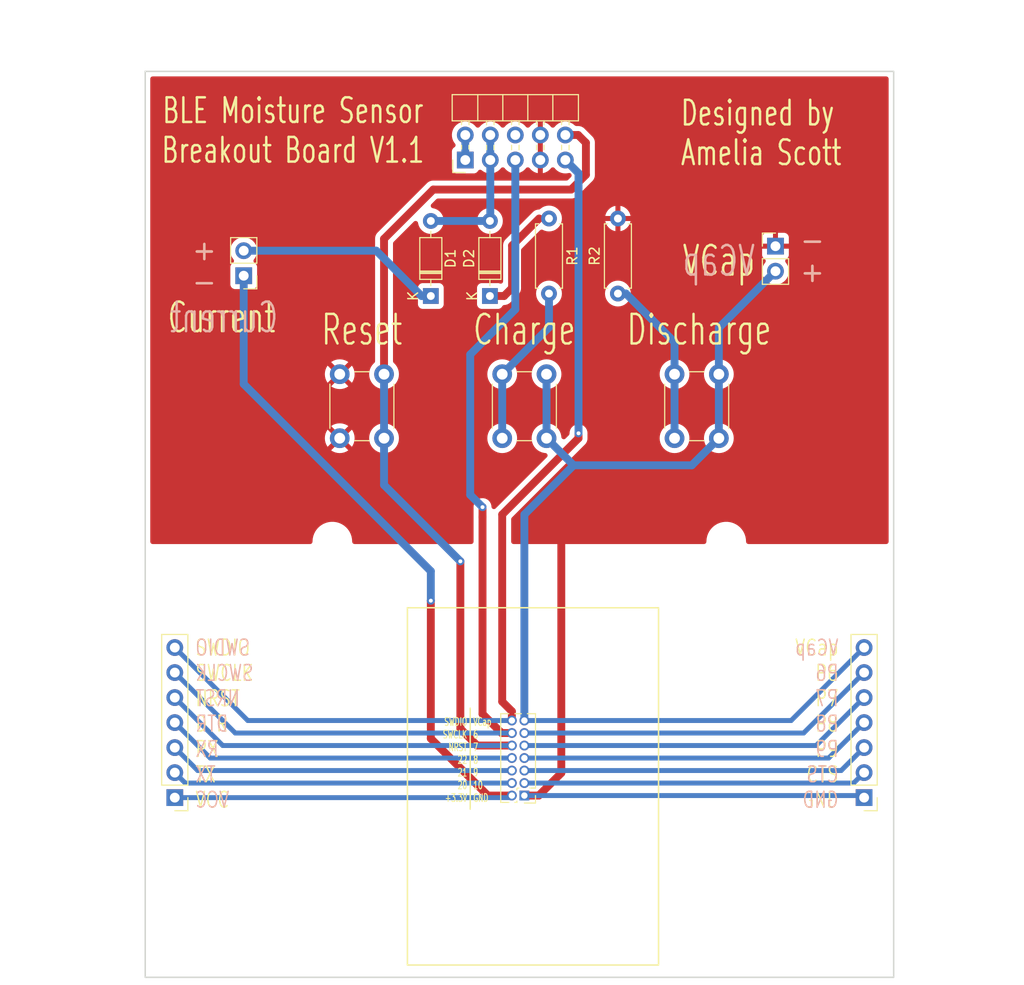
<source format=kicad_pcb>
(kicad_pcb (version 20211014) (generator pcbnew)
  (layers (0 "F.Cu" signal) (31 "B.Cu" signal) (34 "B.Paste" user) (35 "F.Paste" user) (36 "B.SilkS" user "B.Silkscreen") (37 "F.SilkS" user "F.Silkscreen") (38 "B.Mask" user) (39 "F.Mask" user) (44 "Edge.Cuts" user))
  (net 0 "")
  (net 1 "GND")
  (net 2 "Net-(D1-Pad1)")
  (net 3 "CTS")
  (net 4 "TX")
  (net 5 "P9")
  (net 6 "RX")
  (net 7 "P8")
  (net 8 "DTR")
  (net 9 "P7")
  (net 10 "NRST")
  (net 11 "P6")
  (net 12 "SWCLK")
  (net 13 "VCap")
  (net 14 "SWDIO")
  (net 15 "+5V")
  (net 16 "+3.3V")
  (net 17 "SWIM")
  (net 18 "Net-(D2-Pad1)")
  (net 19 "SensorVCC")
  (net 20 "Net-(R1-Pad2)")
  (net 21 "Net-(R2-Pad1)")
  (footprint "Connector_PinHeader_2.54mm:PinHeader_1x02_P2.54mm_Vertical" (layer "F.Cu") (at 173 66)
    (fp_text reference "VCAP" hide)
    (fp_text value "Conn_01x02")
    (fp_line (start -1.33 3.87) (end 1.33 3.87) (layer "F.SilkS") (width 0.12))
    (fp_line (start -1.33 1.27) (end 1.33 1.27) (layer "F.SilkS") (width 0.12))
    (fp_line (start 1.33 1.27) (end 1.33 3.87) (layer "F.SilkS") (width 0.12))
    (fp_line (start -1.33 -1.33) (end 0 -1.33) (layer "F.SilkS") (width 0.12))
    (fp_line (start -1.33 1.27) (end -1.33 3.87) (layer "F.SilkS") (width 0.12))
    (fp_line (start -1.33 0) (end -1.33 -1.33) (layer "F.SilkS") (width 0.12))
    (pad "1" thru_hole rect (at 0 0) (size 1.7 1.7) (drill 1) (layers *.Cu *.Mask) (net 1 "GND"))
    (pad "2" thru_hole oval (at 0 2.54) (size 1.7 1.7) (drill 1) (layers *.Cu *.Mask) (net 13 "VCap"))
  )
  (footprint "Diode_THT:D_DO-35_SOD27_P7.62mm_Horizontal" (layer "F.Cu") (at 144 71.06 90)
    (fp_text reference "D2" (at 3.81 -2.12 90) (layer "F.SilkS"))
    (fp_text value "1N4148")
    (fp_text user "K" (at 0 -1.8 90) (layer "F.SilkS"))
    (fp_line (start 1.69 -1.12) (end 1.69 1.12) (layer "F.SilkS") (width 0.12))
    (fp_line (start 2.53 -1.12) (end 2.53 1.12) (layer "F.SilkS") (width 0.12))
    (fp_line (start 6.58 0) (end 5.93 0) (layer "F.SilkS") (width 0.12))
    (fp_line (start 1.04 0) (end 1.69 0) (layer "F.SilkS") (width 0.12))
    (fp_line (start 5.93 -1.12) (end 1.69 -1.12) (layer "F.SilkS") (width 0.12))
    (fp_line (start 2.29 -1.12) (end 2.29 1.12) (layer "F.SilkS") (width 0.12))
    (fp_line (start 2.41 -1.12) (end 2.41 1.12) (layer "F.SilkS") (width 0.12))
    (fp_line (start 1.69 1.12) (end 5.93 1.12) (layer "F.SilkS") (width 0.12))
    (fp_line (start 5.93 1.12) (end 5.93 -1.12) (layer "F.SilkS") (width 0.12))
    (pad "1" thru_hole rect (at 0 0 90) (size 1.6 1.6) (drill 0.8) (layers *.Cu *.Mask) (net 18 "Net-(D2-Pad1)"))
    (pad "2" thru_hole oval (at 7.62 0 90) (size 1.6 1.6) (drill 0.8) (layers *.Cu *.Mask) (net 16 "+3.3V"))
  )
  (footprint "Connector_PinHeader_2.54mm:PinHeader_2x05_P2.54mm_Horizontal" (layer "F.Cu") (at 141.5 57.25 90)
    (fp_text reference "SWD1" hide)
    (fp_text value "Conn_02x05_Odd_Even" hide)
    (fp_line (start 3.582929 -0.38) (end 3.98 -0.38) (layer "F.SilkS") (width 0.12))
    (fp_line (start 3.98 8.89) (end 6.64 8.89) (layer "F.SilkS") (width 0.12))
    (fp_line (start 3.582929 10.54) (end 3.98 10.54) (layer "F.SilkS") (width 0.12))
    (fp_line (start 3.582929 5.46) (end 3.98 5.46) (layer "F.SilkS") (width 0.12))
    (fp_line (start -1.27 -1.27) (end 0 -1.27) (layer "F.SilkS") (width 0.12))
    (fp_line (start 3.98 6.35) (end 6.64 6.35) (layer "F.SilkS") (width 0.12))
    (fp_line (start 3.582929 8) (end 3.98 8) (layer "F.SilkS") (width 0.12))
    (fp_line (start 1.042929 4.7) (end 1.497071 4.7) (layer "F.SilkS") (width 0.12))
    (fp_line (start 3.582929 7.24) (end 3.98 7.24) (layer "F.SilkS") (width 0.12))
    (fp_line (start 3.582929 0.38) (end 3.98 0.38) (layer "F.SilkS") (width 0.12))
    (fp_line (start 1.11 0.38) (end 1.497071 0.38) (layer "F.SilkS") (width 0.12))
    (fp_line (start 6.64 11.49) (end 6.64 -1.33) (layer "F.SilkS") (width 0.12))
    (fp_line (start 3.98 3.81) (end 6.64 3.81) (layer "F.SilkS") (width 0.12))
    (fp_line (start -1.27 0) (end -1.27 -1.27) (layer "F.SilkS") (width 0.12))
    (fp_line (start 1.042929 9.78) (end 1.497071 9.78) (layer "F.SilkS") (width 0.12))
    (fp_line (start 1.11 -0.38) (end 1.497071 -0.38) (layer "F.SilkS") (width 0.12))
    (fp_line (start 3.98 1.27) (end 6.64 1.27) (layer "F.SilkS") (width 0.12))
    (fp_line (start 3.582929 2.92) (end 3.98 2.92) (layer "F.SilkS") (width 0.12))
    (fp_line (start 1.042929 8) (end 1.497071 8) (layer "F.SilkS") (width 0.12))
    (fp_line (start 1.042929 5.46) (end 1.497071 5.46) (layer "F.SilkS") (width 0.12))
    (fp_line (start 3.582929 9.78) (end 3.98 9.78) (layer "F.SilkS") (width 0.12))
    (fp_line (start 3.582929 2.16) (end 3.98 2.16) (layer "F.SilkS") (width 0.12))
    (fp_line (start 6.64 -1.33) (end 3.98 -1.33) (layer "F.SilkS") (width 0.12))
    (fp_line (start 3.582929 4.7) (end 3.98 4.7) (layer "F.SilkS") (width 0.12))
    (fp_line (start 1.042929 2.16) (end 1.497071 2.16) (layer "F.SilkS") (width 0.12))
    (fp_line (start 1.042929 10.54) (end 1.497071 10.54) (layer "F.SilkS") (width 0.12))
    (fp_line (start 3.98 11.49) (end 6.64 11.49) (layer "F.SilkS") (width 0.12))
    (fp_line (start 1.042929 7.24) (end 1.497071 7.24) (layer "F.SilkS") (width 0.12))
    (fp_line (start 1.042929 2.92) (end 1.497071 2.92) (layer "F.SilkS") (width 0.12))
    (fp_line (start 3.98 -1.33) (end 3.98 11.49) (layer "F.SilkS") (width 0.12))
    (pad "1" thru_hole rect (at 0 0 90) (size 1.7 1.7) (drill 1) (layers *.Cu *.Mask) (net 15 "+5V"))
    (pad "2" thru_hole oval (at 2.54 0 90) (size 1.7 1.7) (drill 1) (layers *.Cu *.Mask) (net 15 "+5V"))
    (pad "3" thru_hole oval (at 0 2.54 90) (size 1.7 1.7) (drill 1) (layers *.Cu *.Mask) (net 16 "+3.3V"))
    (pad "4" thru_hole oval (at 2.54 2.54 90) (size 1.7 1.7) (drill 1) (layers *.Cu *.Mask) (net 16 "+3.3V"))
    (pad "5" thru_hole oval (at 0 5.08 90) (size 1.7 1.7) (drill 1) (layers *.Cu *.Mask) (net 12 "SWCLK"))
    (pad "6" thru_hole oval (at 2.54 5.08 90) (size 1.7 1.7) (drill 1) (layers *.Cu *.Mask) (net 17 "SWIM"))
    (pad "7" thru_hole oval (at 0 7.62 90) (size 1.7 1.7) (drill 1) (layers *.Cu *.Mask) (net 1 "GND"))
    (pad "8" thru_hole oval (at 2.54 7.62 90) (size 1.7 1.7) (drill 1) (layers *.Cu *.Mask) (net 1 "GND"))
    (pad "9" thru_hole oval (at 0 10.16 90) (size 1.7 1.7) (drill 1) (layers *.Cu *.Mask) (net 14 "SWDIO"))
    (pad "10" thru_hole oval (at 2.54 10.16 90) (size 1.7 1.7) (drill 1) (layers *.Cu *.Mask) (net 10 "NRST"))
  )
  (footprint "Button_Switch_THT:SW_PUSH_6mm" (layer "F.Cu") (at 133.25 79 -90)
    (fp_text reference "SW_RST1" hide)
    (fp_text value "SW_Push" hide)
    (fp_line (start 5.5 -1) (end 1 -1) (layer "F.SilkS") (width 0.12))
    (fp_line (start 1 5.5) (end 5.5 5.5) (layer "F.SilkS") (width 0.12))
    (fp_line (start 6.75 3) (end 6.75 1.5) (layer "F.SilkS") (width 0.12))
    (fp_line (start -0.25 1.5) (end -0.25 3) (layer "F.SilkS") (width 0.12))
    (pad "1" thru_hole circle (at 0 0) (size 2 2) (drill 1.1) (layers *.Cu *.Mask) (net 10 "NRST"))
    (pad "1" thru_hole circle (at 6.5 0) (size 2 2) (drill 1.1) (layers *.Cu *.Mask) (net 10 "NRST"))
    (pad "2" thru_hole circle (at 6.5 4.5) (size 2 2) (drill 1.1) (layers *.Cu *.Mask) (net 1 "GND"))
    (pad "2" thru_hole circle (at 0 4.5) (size 2 2) (drill 1.1) (layers *.Cu *.Mask) (net 1 "GND"))
  )
  (footprint "Button_Switch_THT:SW_PUSH_6mm" (layer "F.Cu") (at 167.25 79 -90)
    (fp_text reference "SW_CAP_DISCHARGE1" hide)
    (fp_text value "SW_Push" hide)
    (fp_line (start 6.75 3) (end 6.75 1.5) (layer "F.SilkS") (width 0.12))
    (fp_line (start 1 5.5) (end 5.5 5.5) (layer "F.SilkS") (width 0.12))
    (fp_line (start 5.5 -1) (end 1 -1) (layer "F.SilkS") (width 0.12))
    (fp_line (start -0.25 1.5) (end -0.25 3) (layer "F.SilkS") (width 0.12))
    (pad "1" thru_hole circle (at 0 0) (size 2 2) (drill 1.1) (layers *.Cu *.Mask) (net 13 "VCap"))
    (pad "1" thru_hole circle (at 6.5 0) (size 2 2) (drill 1.1) (layers *.Cu *.Mask) (net 13 "VCap"))
    (pad "2" thru_hole circle (at 6.5 4.5) (size 2 2) (drill 1.1) (layers *.Cu *.Mask) (net 21 "Net-(R2-Pad1)"))
    (pad "2" thru_hole circle (at 0 4.5) (size 2 2) (drill 1.1) (layers *.Cu *.Mask) (net 21 "Net-(R2-Pad1)"))
  )
  (footprint "Diode_THT:D_DO-35_SOD27_P7.62mm_Horizontal" (layer "F.Cu") (at 138 71.06 90)
    (fp_text reference "D1" (at 3.81 2 90) (layer "F.SilkS"))
    (fp_text value "1N4148")
    (fp_text user "K" (at 0 -1.8 90) (layer "F.SilkS"))
    (fp_line (start 1.69 1.12) (end 5.93 1.12) (layer "F.SilkS") (width 0.12))
    (fp_line (start 1.04 0) (end 1.69 0) (layer "F.SilkS") (width 0.12))
    (fp_line (start 2.41 -1.12) (end 2.41 1.12) (layer "F.SilkS") (width 0.12))
    (fp_line (start 5.93 1.12) (end 5.93 -1.12) (layer "F.SilkS") (width 0.12))
    (fp_line (start 2.29 -1.12) (end 2.29 1.12) (layer "F.SilkS") (width 0.12))
    (fp_line (start 1.69 -1.12) (end 1.69 1.12) (layer "F.SilkS") (width 0.12))
    (fp_line (start 6.58 0) (end 5.93 0) (layer "F.SilkS") (width 0.12))
    (fp_line (start 5.93 -1.12) (end 1.69 -1.12) (layer "F.SilkS") (width 0.12))
    (fp_line (start 2.53 -1.12) (end 2.53 1.12) (layer "F.SilkS") (width 0.12))
    (pad "1" thru_hole rect (at 0 0 90) (size 1.6 1.6) (drill 0.8) (layers *.Cu *.Mask) (net 2 "Net-(D1-Pad1)"))
    (pad "2" thru_hole oval (at 7.62 0 90) (size 1.6 1.6) (drill 0.8) (layers *.Cu *.Mask) (net 16 "+3.3V"))
  )
  (footprint "Connector_PinHeader_2.54mm:PinHeader_1x02_P2.54mm_Vertical" (layer "F.Cu") (at 119 69 180)
    (fp_text reference "I1" hide)
    (fp_text value "Conn_01x02")
    (fp_line (start -1.33 -1.33) (end 0 -1.33) (layer "F.SilkS") (width 0.12))
    (fp_line (start -1.33 3.87) (end 1.33 3.87) (layer "F.SilkS") (width 0.12))
    (fp_line (start 1.33 1.27) (end 1.33 3.87) (layer "F.SilkS") (width 0.12))
    (fp_line (start -1.33 0) (end -1.33 -1.33) (layer "F.SilkS") (width 0.12))
    (fp_line (start -1.33 1.27) (end 1.33 1.27) (layer "F.SilkS") (width 0.12))
    (fp_line (start -1.33 1.27) (end -1.33 3.87) (layer "F.SilkS") (width 0.12))
    (pad "1" thru_hole rect (at 0 0 180) (size 1.7 1.7) (drill 1) (layers *.Cu *.Mask) (net 19 "SensorVCC"))
    (pad "2" thru_hole oval (at 0 2.54 180) (size 1.7 1.7) (drill 1) (layers *.Cu *.Mask) (net 2 "Net-(D1-Pad1)"))
  )
  (footprint "Resistor_THT:R_Axial_DIN0207_L6.3mm_D2.5mm_P7.62mm_Horizontal" (layer "F.Cu") (at 157 70.81 90)
    (fp_text reference "R2" (at 3.81 -2.37 90) (layer "F.SilkS"))
    (fp_text value "10")
    (fp_line (start 0.54 1.04) (end 0.54 1.37) (layer "F.SilkS") (width 0.12))
    (fp_line (start 0.54 -1.37) (end 7.08 -1.37) (layer "F.SilkS") (width 0.12))
    (fp_line (start 0.54 -1.04) (end 0.54 -1.37) (layer "F.SilkS") (width 0.12))
    (fp_line (start 7.08 -1.37) (end 7.08 -1.04) (layer "F.SilkS") (width 0.12))
    (fp_line (start 7.08 1.37) (end 7.08 1.04) (layer "F.SilkS") (width 0.12))
    (fp_line (start 0.54 1.37) (end 7.08 1.37) (layer "F.SilkS") (width 0.12))
    (pad "1" thru_hole circle (at 0 0 90) (size 1.6 1.6) (drill 0.8) (layers *.Cu *.Mask) (net 21 "Net-(R2-Pad1)"))
    (pad "2" thru_hole oval (at 7.62 0 90) (size 1.6 1.6) (drill 0.8) (layers *.Cu *.Mask) (net 1 "GND"))
  )
  (footprint "Connector_PinHeader_2.54mm:PinHeader_1x07_P2.54mm_Vertical" (layer "F.Cu") (at 182 122 180)
    (fp_text reference "J2" hide)
    (fp_text value "Conn_01x07")
    (fp_line (start 1.33 1.27) (end 1.33 16.57) (layer "F.SilkS") (width 0.12))
    (fp_line (start -1.33 16.57) (end 1.33 16.57) (layer "F.SilkS") (width 0.12))
    (fp_line (start -1.33 1.27) (end 1.33 1.27) (layer "F.SilkS") (width 0.12))
    (fp_line (start -1.33 1.27) (end -1.33 16.57) (layer "F.SilkS") (width 0.12))
    (fp_line (start -1.33 -1.33) (end 0 -1.33) (layer "F.SilkS") (width 0.12))
    (fp_line (start -1.33 0) (end -1.33 -1.33) (layer "F.SilkS") (width 0.12))
    (pad "1" thru_hole rect (at 0 0 180) (size 1.7 1.7) (drill 1) (layers *.Cu *.Mask) (net 1 "GND"))
    (pad "2" thru_hole oval (at 0 2.54 180) (size 1.7 1.7) (drill 1) (layers *.Cu *.Mask) (net 3 "CTS"))
    (pad "3" thru_hole oval (at 0 5.08 180) (size 1.7 1.7) (drill 1) (layers *.Cu *.Mask) (net 5 "P9"))
    (pad "4" thru_hole oval (at 0 7.62 180) (size 1.7 1.7) (drill 1) (layers *.Cu *.Mask) (net 7 "P8"))
    (pad "5" thru_hole oval (at 0 10.16 180) (size 1.7 1.7) (drill 1) (layers *.Cu *.Mask) (net 9 "P7"))
    (pad "6" thru_hole oval (at 0 12.7 180) (size 1.7 1.7) (drill 1) (layers *.Cu *.Mask) (net 11 "P6"))
    (pad "7" thru_hole oval (at 0 15.24 180) (size 1.7 1.7) (drill 1) (layers *.Cu *.Mask) (net 13 "VCap"))
  )
  (footprint "Resistor_THT:R_Axial_DIN0207_L6.3mm_D2.5mm_P7.62mm_Horizontal" (layer "F.Cu") (at 150 63.19 -90)
    (fp_text reference "R1" (at 3.81 -2.37 90) (layer "F.SilkS"))
    (fp_text value "10")
    (fp_line (start 0.54 1.37) (end 7.08 1.37) (layer "F.SilkS") (width 0.12))
    (fp_line (start 7.08 1.37) (end 7.08 1.04) (layer "F.SilkS") (width 0.12))
    (fp_line (start 0.54 -1.37) (end 7.08 -1.37) (layer "F.SilkS") (width 0.12))
    (fp_line (start 0.54 1.04) (end 0.54 1.37) (layer "F.SilkS") (width 0.12))
    (fp_line (start 7.08 -1.37) (end 7.08 -1.04) (layer "F.SilkS") (width 0.12))
    (fp_line (start 0.54 -1.04) (end 0.54 -1.37) (layer "F.SilkS") (width 0.12))
    (pad "1" thru_hole circle (at 0 0 270) (size 1.6 1.6) (drill 0.8) (layers *.Cu *.Mask) (net 18 "Net-(D2-Pad1)"))
    (pad "2" thru_hole oval (at 7.62 0 270) (size 1.6 1.6) (drill 0.8) (layers *.Cu *.Mask) (net 20 "Net-(R1-Pad2)"))
  )
  (footprint "Connector_PinHeader_2.54mm:PinHeader_1x07_P2.54mm_Vertical" (layer "F.Cu") (at 112 122 180)
    (fp_text reference "J3" hide)
    (fp_text value "Conn_01x07")
    (fp_line (start -1.33 1.27) (end 1.33 1.27) (layer "F.SilkS") (width 0.12))
    (fp_line (start 1.33 1.27) (end 1.33 16.57) (layer "F.SilkS") (width 0.12))
    (fp_line (start -1.33 16.57) (end 1.33 16.57) (layer "F.SilkS") (width 0.12))
    (fp_line (start -1.33 0) (end -1.33 -1.33) (layer "F.SilkS") (width 0.12))
    (fp_line (start -1.33 1.27) (end -1.33 16.57) (layer "F.SilkS") (width 0.12))
    (fp_line (start -1.33 -1.33) (end 0 -1.33) (layer "F.SilkS") (width 0.12))
    (pad "1" thru_hole rect (at 0 0 180) (size 1.7 1.7) (drill 1) (layers *.Cu *.Mask) (net 19 "SensorVCC"))
    (pad "2" thru_hole oval (at 0 2.54 180) (size 1.7 1.7) (drill 1) (layers *.Cu *.Mask) (net 4 "TX"))
    (pad "3" thru_hole oval (at 0 5.08 180) (size 1.7 1.7) (drill 1) (layers *.Cu *.Mask) (net 6 "RX"))
    (pad "4" thru_hole oval (at 0 7.62 180) (size 1.7 1.7) (drill 1) (layers *.Cu *.Mask) (net 8 "DTR"))
    (pad "5" thru_hole oval (at 0 10.16 180) (size 1.7 1.7) (drill 1) (layers *.Cu *.Mask) (net 10 "NRST"))
    (pad "6" thru_hole oval (at 0 12.7 180) (size 1.7 1.7) (drill 1) (layers *.Cu *.Mask) (net 12 "SWCLK"))
    (pad "7" thru_hole oval (at 0 15.24 180) (size 1.7 1.7) (drill 1) (layers *.Cu *.Mask) (net 14 "SWDIO"))
  )
  (footprint "Button_Switch_THT:SW_PUSH_6mm" (layer "F.Cu") (at 145.25 85.5 90)
    (fp_text reference "SW_CAP_CHARGE1" hide)
    (fp_text value "SW_Push" hide)
    (fp_line (start 6.75 3) (end 6.75 1.5) (layer "F.SilkS") (width 0.12))
    (fp_line (start 1 5.5) (end 5.5 5.5) (layer "F.SilkS") (width 0.12))
    (fp_line (start 5.5 -1) (end 1 -1) (layer "F.SilkS") (width 0.12))
    (fp_line (start -0.25 1.5) (end -0.25 3) (layer "F.SilkS") (width 0.12))
    (pad "1" thru_hole circle (at 0 0 180) (size 2 2) (drill 1.1) (layers *.Cu *.Mask) (net 20 "Net-(R1-Pad2)"))
    (pad "1" thru_hole circle (at 6.5 0 180) (size 2 2) (drill 1.1) (layers *.Cu *.Mask) (net 20 "Net-(R1-Pad2)"))
    (pad "2" thru_hole circle (at 0 4.5 180) (size 2 2) (drill 1.1) (layers *.Cu *.Mask) (net 13 "VCap"))
    (pad "2" thru_hole circle (at 6.5 4.5 180) (size 2 2) (drill 1.1) (layers *.Cu *.Mask) (net 13 "VCap"))
  )
  (footprint "Connector_PinHeader_1.27mm:PinHeader_2x07_P1.27mm_Vertical" (layer "F.Cu") (at 147.5 121.79 180)
    (fp_text reference "J1" hide)
    (fp_text value "Conn_02x07_Odd_Even" hide)
    (fp_line (start 0.76 0.706529) (end 0.76 0.563471) (layer "F.SilkS") (width 0.12))
    (fp_line (start 1.57753 8.315) (end 2.4 8.315) (layer "F.SilkS") (width 0.12))
    (fp_line (start 0.76 -0.563471) (end 0.76 -0.695) (layer "F.SilkS") (width 0.12))
    (fp_line (start 0.76 -0.695) (end 0.96247 -0.695) (layer "F.SilkS") (width 0.12))
    (fp_line (start 2.4 -0.695) (end 2.4 8.315) (layer "F.SilkS") (width 0.12))
    (fp_line (start -1.13 0.76) (end -0.563471 0.76) (layer "F.SilkS") (width 0.12))
    (fp_line (start 0.30753 8.315) (end 0.96247 8.315) (layer "F.SilkS") (width 0.12))
    (fp_line (start -1.13 0) (end -1.13 -0.76) (layer "F.SilkS") (width 0.12))
    (fp_line (start -1.13 -0.76) (end 0 -0.76) (layer "F.SilkS") (width 0.12))
    (fp_line (start -1.13 8.315) (end -0.30753 8.315) (layer "F.SilkS") (width 0.12))
    (fp_line (start 1.57753 -0.695) (end 2.4 -0.695) (layer "F.SilkS") (width 0.12))
    (fp_line (start 0.563471 0.76) (end 0.706529 0.76) (layer "F.SilkS") (width 0.12))
    (fp_line (start -1.13 0.76) (end -1.13 8.315) (layer "F.SilkS") (width 0.12))
    (pad "1" thru_hole rect (at 0 0 180) (size 1 1) (drill 0.65) (layers *.Cu *.Mask) (net 1 "GND"))
    (pad "2" thru_hole oval (at 1.27 0 180) (size 1 1) (drill 0.65) (layers *.Cu *.Mask) (net 19 "SensorVCC"))
    (pad "3" thru_hole oval (at 0 1.27 180) (size 1 1) (drill 0.65) (layers *.Cu *.Mask) (net 3 "CTS"))
    (pad "4" thru_hole oval (at 1.27 1.27 180) (size 1 1) (drill 0.65) (layers *.Cu *.Mask) (net 4 "TX"))
    (pad "5" thru_hole oval (at 0 2.54 180) (size 1 1) (drill 0.65) (layers *.Cu *.Mask) (net 5 "P9"))
    (pad "6" thru_hole oval (at 1.27 2.54 180) (size 1 1) (drill 0.65) (layers *.Cu *.Mask) (net 6 "RX"))
    (pad "7" thru_hole oval (at 0 3.81 180) (size 1 1) (drill 0.65) (layers *.Cu *.Mask) (net 7 "P8"))
    (pad "8" thru_hole oval (at 1.27 3.81 180) (size 1 1) (drill 0.65) (layers *.Cu *.Mask) (net 8 "DTR"))
    (pad "9" thru_hole oval (at 0 5.08 180) (size 1 1) (drill 0.65) (layers *.Cu *.Mask) (net 9 "P7"))
    (pad "10" thru_hole oval (at 1.27 5.08 180) (size 1 1) (drill 0.65) (layers *.Cu *.Mask) (net 10 "NRST"))
    (pad "11" thru_hole oval (at 0 6.35 180) (size 1 1) (drill 0.65) (layers *.Cu *.Mask) (net 11 "P6"))
    (pad "12" thru_hole oval (at 1.27 6.35 180) (size 1 1) (drill 0.65) (layers *.Cu *.Mask) (net 12 "SWCLK"))
    (pad "13" thru_hole oval (at 0 7.62 180) (size 1 1) (drill 0.65) (layers *.Cu *.Mask) (net 13 "VCap"))
    (pad "14" thru_hole oval (at 1.27 7.62 180) (size 1 1) (drill 0.65) (layers *.Cu *.Mask) (net 14 "SWDIO"))
  )
  (gr_line (start 142 123.165) (end 142 112.915) (layer "F.SilkS") (width 0.15))
  (gr_rect (start 135.625 102.715) (end 161.125 139) (layer "F.SilkS") (width 0.15) (fill none))
  (gr_rect (start 109 48.25) (end 185 140.25) (layer "Edge.Cuts") (width 0.15) (fill none))
  (gr_text "+\n-" (at 115 68) (layer "B.SilkS") (effects (font (size 2 2) (thickness 0.25))))
  (gr_text "-\n+" (at 176.75 67) (layer "B.SilkS") (effects (font (size 2 2) (thickness 0.25))))
  (gr_text "Current" (at 117 73.25) (layer "B.SilkS") (effects (font (size 3 2) (thickness 0.25)) (justify mirror)))
  (gr_text "VCap\nP6\nP7\nP8\nP9\nCTS\nGND" (at 179.5 114.5) (layer "B.SilkS") (effects (font (size 1.6 1.2)) (justify left mirror)))
  (gr_text "VCap" (at 167.25 67.5) (layer "B.SilkS") (effects (font (size 3 2) (thickness 0.25)) (justify mirror)))
  (gr_text "SWDIO\nSWCLK\nNRST\nDTR\nRX\nTX\nVCC" (at 114 114.5) (layer "B.SilkS") (effects (font (size 1.6 1.2)) (justify right mirror)))
  (gr_text "Designed by\nAmelia Scott" (at 163.25 54.5) (layer "F.SilkS") (effects (font (size 2.5 1.7) (thickness 0.25)) (justify left)))
  (gr_text "Discharge" (at 165.25 74.5) (layer "F.SilkS") (effects (font (size 3 2) (thickness 0.25))))
  (gr_text "BLE Moisture Sensor\nBreakout Board V1.1" (at 124 54.25) (layer "F.SilkS") (effects (font (size 2.5 1.7) (thickness 0.25))))
  (gr_text "SWDIO\nSWCLK\nNRST\nDTR\nRX\nTX\nVCC" (at 114 114.5) (layer "F.SilkS") (effects (font (size 1.6 1.2)) (justify left)))
  (gr_text "VCap" (at 167.25 67.5) (layer "F.SilkS") (effects (font (size 3 2) (thickness 0.25))))
  (gr_text "Reset\n" (at 131 74.5) (layer "F.SilkS") (effects (font (size 3 2) (thickness 0.25))))
  (gr_text "VCap\n6\n7\n8\n9\n10\nGND" (at 142.25 118.165) (layer "F.SilkS") (effects (font (size 0.8 0.5) (thickness 0.1)) (justify left)))
  (gr_text "-\n+" (at 176.75 67) (layer "F.SilkS") (effects (font (size 2 2) (thickness 0.25))))
  (gr_text "Current" (at 116.75 73.25) (layer "F.SilkS") (effects (font (size 3 2) (thickness 0.25))))
  (gr_text "SWDIO\nSWCLK\nNRST\n22\n21\n20\n+3.3V" (at 141.75 118.165) (layer "F.SilkS") (effects (font (size 0.8 0.5) (thickness 0.1)) (justify right)))
  (gr_text "Charge" (at 147.5 74.5) (layer "F.SilkS") (effects (font (size 3 2) (thickness 0.25))))
  (gr_text "+\n-" (at 115 68) (layer "F.SilkS") (effects (font (size 2 2) (thickness 0.25))))
  (gr_text "VCap\nP6\nP7\nP8\nP9\nCTS\nGND" (at 179.5 114.5) (layer "F.SilkS") (effects (font (size 1.6 1.2)) (justify right)))
  (via (at 168 136) (size 4) (drill 3) (layers "F.Cu" "B.Cu") (remove_unused_layers) (net 0))
  (via (at 168 96) (size 4) (drill 3) (layers "F.Cu" "B.Cu") (remove_unused_layers) (net 0))
  (via (at 128 136) (size 4) (drill 3) (layers "F.Cu" "B.Cu") (remove_unused_layers) (net 0))
  (via (at 128 96) (size 4) (drill 3) (layers "F.Cu" "B.Cu") (remove_unused_layers) (net 0))
  (segment (start 148.96 121.79) (end 151.25 119.5) (width 0.8) (layer "F.Cu") (net 1))
  (segment (start 151.25 119.5) (end 151.25 94) (width 0.8) (layer "F.Cu") (net 1))
  (segment (start 147.5 121.79) (end 148.96 121.79) (width 0.8) (layer "F.Cu") (net 1))
  (segment (start 147.5 121.79) (end 181.79 121.79) (width 0.5) (layer "B.Cu") (net 1))
  (segment (start 181.79 121.79) (end 182 122) (width 0.5) (layer "B.Cu") (net 1))
  (segment (start 132.46 66.46) (end 137.06 71.06) (width 0.8) (layer "B.Cu") (net 2))
  (segment (start 119 66.46) (end 132.46 66.46) (width 0.8) (layer "B.Cu") (net 2))
  (segment (start 137.06 71.06) (end 138 71.06) (width 0.8) (layer "B.Cu") (net 2))
  (segment (start 147.5 120.52) (end 180.94 120.52) (width 0.5) (layer "B.Cu") (net 3))
  (segment (start 180.94 120.52) (end 182 119.46) (width 0.5) (layer "B.Cu") (net 3))
  (segment (start 113.06 120.52) (end 112 119.46) (width 0.5) (layer "B.Cu") (net 4))
  (segment (start 146.23 120.52) (end 113.06 120.52) (width 0.5) (layer "B.Cu") (net 4))
  (segment (start 147.5 119.25) (end 179.67 119.25) (width 0.5) (layer "B.Cu") (net 5))
  (segment (start 179.67 119.25) (end 182 116.92) (width 0.5) (layer "B.Cu") (net 5))
  (segment (start 146.23 119.25) (end 146.23 119.31) (width 0.25) (layer "F.Cu") (net 6))
  (segment (start 146.23 119.25) (end 114.33 119.25) (width 0.5) (layer "B.Cu") (net 6))
  (segment (start 114.33 119.25) (end 112 116.92) (width 0.5) (layer "B.Cu") (net 6))
  (segment (start 178.4 117.98) (end 182 114.38) (width 0.5) (layer "B.Cu") (net 7))
  (segment (start 147.5 117.98) (end 178.4 117.98) (width 0.5) (layer "B.Cu") (net 7))
  (segment (start 146.23 117.98) (end 115.6 117.98) (width 0.5) (layer "B.Cu") (net 8))
  (segment (start 115.6 117.98) (end 112 114.38) (width 0.5) (layer "B.Cu") (net 8))
  (segment (start 147.5 116.71) (end 177.13 116.71) (width 0.5) (layer "B.Cu") (net 9))
  (segment (start 177.13 116.71) (end 182 111.84) (width 0.5) (layer "B.Cu") (net 9))
  (segment (start 142.71 116.71) (end 146.23 116.71) (width 0.8) (layer "F.Cu") (net 10))
  (segment (start 151.66 54.71) (end 152.96 54.71) (width 0.8) (layer "F.Cu") (net 10))
  (segment (start 138.25 60.25) (end 133.25 65.25) (width 0.8) (layer "F.Cu") (net 10))
  (segment (start 153.75 58.75) (end 152.25 60.25) (width 0.8) (layer "F.Cu") (net 10))
  (segment (start 152.25 60.25) (end 138.25 60.25) (width 0.8) (layer "F.Cu") (net 10))
  (segment (start 152.96 54.71) (end 153.75 55.5) (width 0.8) (layer "F.Cu") (net 10))
  (segment (start 153.75 55.5) (end 153.75 58.75) (width 0.8) (layer "F.Cu") (net 10))
  (segment (start 141 98) (end 141 115) (width 0.8) (layer "F.Cu") (net 10))
  (segment (start 141 115) (end 142.71 116.71) (width 0.8) (layer "F.Cu") (net 10))
  (segment (start 133.25 65.25) (end 133.25 79) (width 0.8) (layer "F.Cu") (net 10))
  (via (at 141 98) (size 0.8) (drill 0.4) (layers "F.Cu" "B.Cu") (net 10))
  (segment (start 133.25 85.5) (end 133.25 90.25) (width 0.8) (layer "B.Cu") (net 10))
  (segment (start 112 111.84) (end 116.87 116.71) (width 0.5) (layer "B.Cu") (net 10))
  (segment (start 133.25 85.5) (end 133.25 79) (width 0.8) (layer "B.Cu") (net 10))
  (segment (start 133.25 90.25) (end 141 98) (width 0.8) (layer "B.Cu") (net 10))
  (segment (start 116.87 116.71) (end 146.23 116.71) (width 0.5) (layer "B.Cu") (net 10))
  (segment (start 147.5 115.44) (end 175.86 115.44) (width 0.5) (layer "B.Cu") (net 11))
  (segment (start 175.86 115.44) (end 182 109.3) (width 0.5) (layer "B.Cu") (net 11))
  (segment (start 143.25 93.5) (end 143.25 113.5) (width 0.8) (layer "F.Cu") (net 12))
  (segment (start 143.25 93.5) (end 143.25 92.5) (width 0.8) (layer "F.Cu") (net 12))
  (segment (start 143.25 113.5) (end 145.19 115.44) (width 0.8) (layer "F.Cu") (net 12))
  (segment (start 145.19 115.44) (end 146.23 115.44) (width 0.8) (layer "F.Cu") (net 12))
  (via (at 143.25 92.5) (size 0.8) (drill 0.4) (layers "F.Cu" "B.Cu") (net 12))
  (segment (start 112 109.3) (end 118.14 115.44) (width 0.5) (layer "B.Cu") (net 12))
  (segment (start 118.14 115.44) (end 146.23 115.44) (width 0.5) (layer "B.Cu") (net 12))
  (segment (start 142 77) (end 142 91.25) (width 0.8) (layer "B.Cu") (net 12))
  (segment (start 142 91.25) (end 143.25 92.5) (width 0.8) (layer "B.Cu") (net 12))
  (segment (start 146.58 72.42) (end 142 77) (width 0.8) (layer "B.Cu") (net 12))
  (segment (start 146.58 57.25) (end 146.58 72.42) (width 0.8) (layer "B.Cu") (net 12))
  (segment (start 167.25 74.29) (end 173 68.54) (width 0.8) (layer "B.Cu") (net 13))
  (segment (start 164.5 88.25) (end 167.25 85.5) (width 0.8) (layer "B.Cu") (net 13))
  (segment (start 152.5 88.25) (end 164.5 88.25) (width 0.8) (layer "B.Cu") (net 13))
  (segment (start 167.25 79) (end 167.25 74.29) (width 0.8) (layer "B.Cu") (net 13))
  (segment (start 174.59 114.17) (end 147.5 114.17) (width 0.5) (layer "B.Cu") (net 13))
  (segment (start 149.75 79) (end 149.75 85.5) (width 0.8) (layer "B.Cu") (net 13))
  (segment (start 152.5 88.25) (end 149.75 85.5) (width 0.8) (layer "B.Cu") (net 13))
  (segment (start 152.5 88.25) (end 147.5 93.25) (width 0.8) (layer "B.Cu") (net 13))
  (segment (start 147.5 93.25) (end 147.5 114.17) (width 0.8) (layer "B.Cu") (net 13))
  (segment (start 182 106.76) (end 174.59 114.17) (width 0.5) (layer "B.Cu") (net 13))
  (segment (start 167.25 85.5) (end 167.25 79) (width 0.8) (layer "B.Cu") (net 13))
  (segment (start 153 85) (end 153 85.5) (width 0.8) (layer "F.Cu") (net 14))
  (segment (start 145.25 93.25) (end 145.25 112.25) (width 0.8) (layer "F.Cu") (net 14))
  (segment (start 146.23 113.23) (end 146.23 114.17) (width 0.8) (layer "F.Cu") (net 14))
  (segment (start 145.25 112.25) (end 146.23 113.23) (width 0.8) (layer "F.Cu") (net 14))
  (segment (start 153 85.5) (end 145.25 93.25) (width 0.8) (layer "F.Cu") (net 14))
  (via (at 153 85) (size 0.8) (drill 0.4) (layers "F.Cu" "B.Cu") (net 14))
  (segment (start 119.41 114.17) (end 146.23 114.17) (width 0.5) (layer "B.Cu") (net 14))
  (segment (start 153 58.59) (end 151.66 57.25) (width 0.8) (layer "B.Cu") (net 14))
  (segment (start 112 106.76) (end 119.41 114.17) (width 0.5) (layer "B.Cu") (net 14))
  (segment (start 153 85) (end 153 58.59) (width 0.8) (layer "B.Cu") (net 14))
  (segment (start 141.5 54.71) (end 141.5 57.25) (width 0.8) (layer "B.Cu") (net 15))
  (segment (start 144.04 57.25) (end 144.04 63.4) (width 0.8) (layer "B.Cu") (net 16))
  (segment (start 144.04 63.4) (end 144 63.44) (width 0.8) (layer "B.Cu") (net 16))
  (segment (start 144.04 54.71) (end 144.04 57.25) (width 0.8) (layer "B.Cu") (net 16))
  (segment (start 144 63.44) (end 138 63.44) (width 0.8) (layer "B.Cu") (net 16))
  (segment (start 145.44 71.06) (end 146.25 70.25) (width 0.8) (layer "F.Cu") (net 18))
  (segment (start 146.25 65.94) (end 149 63.19) (width 0.8) (layer "F.Cu") (net 18))
  (segment (start 146.25 70.25) (end 146.25 65.94) (width 0.8) (layer "F.Cu") (net 18))
  (segment (start 144 71.06) (end 145.44 71.06) (width 0.8) (layer "F.Cu") (net 18))
  (segment (start 143.79 121.79) (end 146.23 121.79) (width 0.8) (layer "F.Cu") (net 19))
  (segment (start 138 102) (end 138 116) (width 0.8) (layer "F.Cu") (net 19))
  (segment (start 138 116) (end 143.79 121.79) (width 0.8) (layer "F.Cu") (net 19))
  (via (at 138 102) (size 0.8) (drill 0.4) (layers "F.Cu" "B.Cu") (net 19))
  (segment (start 119 69) (end 119 80) (width 0.8) (layer "B.Cu") (net 19))
  (segment (start 146.02 122) (end 146.23 121.79) (width 0.5) (layer "B.Cu") (net 19))
  (segment (start 119 80) (end 138 99) (width 0.8) (layer "B.Cu") (net 19))
  (segment (start 112 122) (end 146.02 122) (width 0.5) (layer "B.Cu") (net 19))
  (segment (start 138 99) (end 138 102) (width 0.8) (layer "B.Cu") (net 19))
  (segment (start 145.25 79) (end 145.25 85.5) (width 0.8) (layer "B.Cu") (net 20))
  (segment (start 145.25 79) (end 150 74.25) (width 0.8) (layer "B.Cu") (net 20))
  (segment (start 150 74.25) (end 150 70.81) (width 0.8) (layer "B.Cu") (net 20))
  (segment (start 162.75 85.5) (end 162.75 79) (width 0.8) (layer "B.Cu") (net 21))
  (segment (start 162.75 75.75) (end 157.81 70.81) (width 0.8) (layer "B.Cu") (net 21))
  (segment (start 157.81 70.81) (end 157 70.81) (width 0.8) (layer "B.Cu") (net 21))
  (segment (start 162.75 79) (end 162.75 75.75) (width 0.8) (layer "B.Cu") (net 21))
  (zone (net 1) (net_name "GND") (layer "F.Cu") (connect_pads (clearance 0.508)) (min_thickness 0.5) (fill yes (thermal_gap 0.508) (thermal_bridge_width 0.508))
    (polygon (pts (xy 198.25 96.25) (xy 94.25 96.25) (xy 94.25 41) (xy 198.25 41)))
  )
)
</source>
